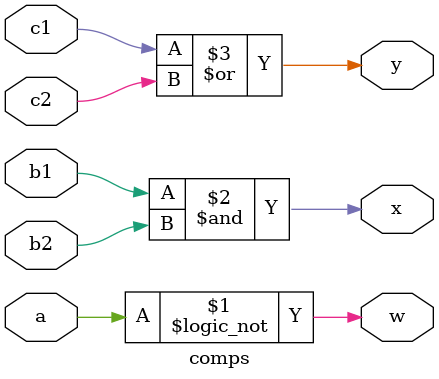
<source format=v>
module comps(
`ifdef USE_POWER_PINS
    inout vccd1,	// User area 1 1.8V supply
    inout vssd1,	// User area 1 digital ground
`endif

    input wire a, b1, b2, c1, c2,
    output w, x, y
);

assign w = !a;
assign x = b1 & b2;
assign y = c1 | c2;

endmodule
</source>
